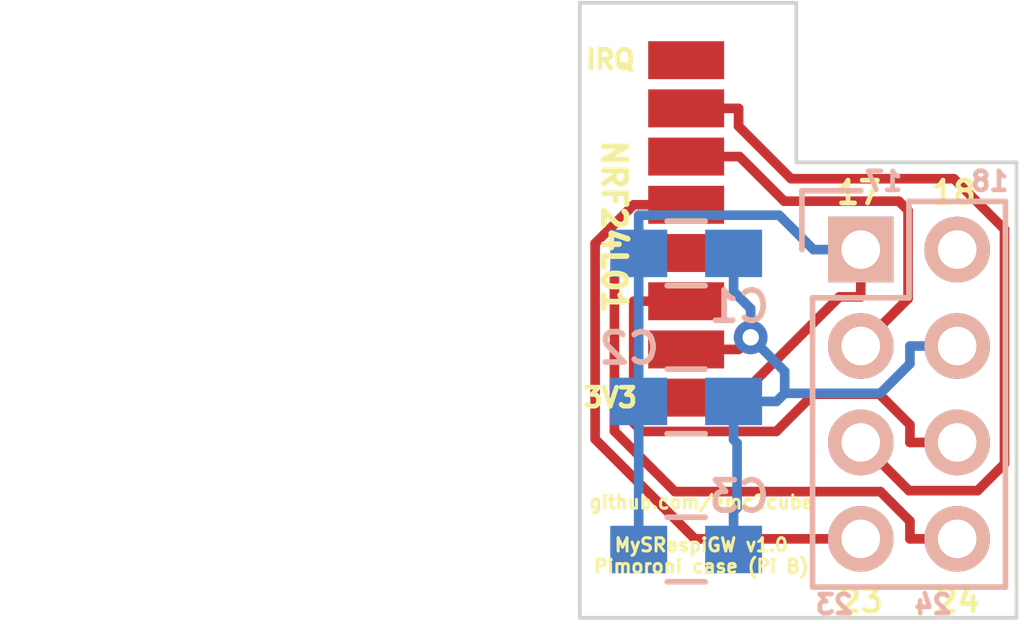
<source format=kicad_pcb>

(kicad_pcb
  (version 4)
  (host pcbnew 4.0.2-stable)
  (general
    (links 13)
    (no_connects 0)
    (area 53.649999 29.749999 65.250001 46.050001)
    (thickness 1.6002)
    (drawings 18)
    (tracks 66)
    (zones 0)
    (modules 5)
    (nets 10))
  (page A4)
  (layers
    (0 Top signal)
    (31 Bottom signal)
    (32 B.Adhes user)
    (33 F.Adhes user)
    (34 B.Paste user)
    (35 F.Paste user)
    (36 B.SilkS user)
    (37 F.SilkS user)
    (38 B.Mask user)
    (39 F.Mask user)
    (40 Dwgs.User user)
    (41 Cmts.User user)
    (42 Eco1.User user)
    (43 Eco2.User user)
    (44 Edge.Cuts user)
    (45 Margin user)
    (46 B.CrtYd user)
    (47 F.CrtYd user)
    (48 B.Fab user)
    (49 F.Fab user))
  (setup
    (last_trace_width 0.254)
    (trace_clearance 0.254)
    (zone_clearance 0.508)
    (zone_45_only no)
    (trace_min 0.1524)
    (segment_width 0.2)
    (edge_width 0.1)
    (via_size 0.889)
    (via_drill 0.4318)
    (via_min_size 0.6858)
    (via_min_drill 0.3302)
    (uvia_size 0.762)
    (uvia_drill 0.508)
    (uvias_allowed no)
    (uvia_min_size 0)
    (uvia_min_drill 0)
    (pcb_text_width 0.3)
    (pcb_text_size 1.5 1.5)
    (mod_edge_width 0.15)
    (mod_text_size 1 1)
    (mod_text_width 0.15)
    (pad_size 1 2)
    (pad_drill 0)
    (pad_to_mask_clearance 0)
    (aux_axis_origin 0 0)
    (visible_elements FFFFFFFF)
    (pcbplotparams
      (layerselection 0x010f0_80000001)
      (usegerberextensions true)
      (excludeedgelayer true)
      (linewidth 0.1)
      (plotframeref false)
      (viasonmask false)
      (mode 1)
      (useauxorigin false)
      (hpglpennumber 1)
      (hpglpenspeed 20)
      (hpglpendiameter 15)
      (hpglpenoverlay 2)
      (psnegative false)
      (psa4output false)
      (plotreference true)
      (plotvalue true)
      (plotinvisibletext false)
      (padsonsilk false)
      (subtractmaskfromsilk false)
      (outputformat 1)
      (mirror false)
      (drillshape 0)
      (scaleselection 1)
      (outputdirectory "")))
  (net 0 "")
  (net 1 +3V3)
  (net 2 GND)
  (net 3 MOSI)
  (net 4 MISO)
  (net 5 CE)
  (net 6 SCK)
  (net 7 CSN)
  (net 8 "Net-(U1-Pad8)")
  (net 9 "Net-(P1-Pad2)")
  (net_class Default "Ceci est la Netclass par défaut"
    (clearance 0.254)
    (trace_width 0.254)
    (via_dia 0.889)
    (via_drill 0.4318)
    (uvia_dia 0.762)
    (uvia_drill 0.508)
    (add_net +3V3)
    (add_net CE)
    (add_net CSN)
    (add_net GND)
    (add_net MISO)
    (add_net MOSI)
    (add_net "Net-(P1-Pad2)")
    (add_net "Net-(U1-Pad8)")
    (add_net SCK))
  (net_class VCC ""
    (clearance 0.3048)
    (trace_width 0.508)
    (via_dia 1.143)
    (via_drill 0.635)
    (uvia_dia 0.762)
    (uvia_drill 0.508))
  (module Capacitors_SMD:C_0805_HandSoldering
    (layer Bottom)
    (tedit 574CC7A5)
    (tstamp 573AD2DE)
    (at 56.5 36.4)
    (descr "Capacitor SMD 0805, hand soldering")
    (tags "capacitor 0805")
    (path /573AD2DF)
    (attr smd)
    (fp_text reference C1
      (at 1.4 1.4)
      (layer B.SilkS)
      (effects
        (font
          (size 0.8 0.8)
          (thickness 0.15))
        (justify mirror)))
    (fp_text value 0.1µF
      (at 0 -2.1)
      (layer B.Fab)
      (effects
        (font
          (size 1 1)
          (thickness 0.15))
        (justify mirror)))
    (fp_line
      (start -2.3 1)
      (end 2.3 1)
      (layer B.CrtYd)
      (width 0.05))
    (fp_line
      (start -2.3 -1)
      (end 2.3 -1)
      (layer B.CrtYd)
      (width 0.05))
    (fp_line
      (start -2.3 1)
      (end -2.3 -1)
      (layer B.CrtYd)
      (width 0.05))
    (fp_line
      (start 2.3 1)
      (end 2.3 -1)
      (layer B.CrtYd)
      (width 0.05))
    (fp_line
      (start 0.5 0.85)
      (end -0.5 0.85)
      (layer B.SilkS)
      (width 0.15))
    (fp_line
      (start -0.5 -0.85)
      (end 0.5 -0.85)
      (layer B.SilkS)
      (width 0.15))
    (pad 1 smd rect
      (at -1.25 0)
      (size 1.5 1.25)
      (layers Bottom B.Paste B.Mask)
      (net 1 +3V3))
    (pad 2 smd rect
      (at 1.25 0)
      (size 1.5 1.25)
      (layers Bottom B.Paste B.Mask)
      (net 2 GND))
    (model Capacitors_SMD.3dshapes/C_0805_HandSoldering.wrl
      (at
        (xyz 0 0 0))
      (scale
        (xyz 1 1 1))
      (rotate
        (xyz 0 0 0))))
  (module Capacitors_SMD:C_0805_HandSoldering
    (layer Bottom)
    (tedit 574CC793)
    (tstamp 573AD2E4)
    (at 56.5 40.3)
    (descr "Capacitor SMD 0805, hand soldering")
    (tags "capacitor 0805")
    (path /5701C54D)
    (attr smd)
    (fp_text reference C2
      (at -1.5 -1.4)
      (layer B.SilkS)
      (effects
        (font
          (size 0.8 0.8)
          (thickness 0.15))
        (justify mirror)))
    (fp_text value 4.7µF
      (at 0 -2.1)
      (layer B.Fab)
      (effects
        (font
          (size 1 1)
          (thickness 0.15))
        (justify mirror)))
    (fp_line
      (start -2.3 1)
      (end 2.3 1)
      (layer B.CrtYd)
      (width 0.05))
    (fp_line
      (start -2.3 -1)
      (end 2.3 -1)
      (layer B.CrtYd)
      (width 0.05))
    (fp_line
      (start -2.3 1)
      (end -2.3 -1)
      (layer B.CrtYd)
      (width 0.05))
    (fp_line
      (start 2.3 1)
      (end 2.3 -1)
      (layer B.CrtYd)
      (width 0.05))
    (fp_line
      (start 0.5 0.85)
      (end -0.5 0.85)
      (layer B.SilkS)
      (width 0.15))
    (fp_line
      (start -0.5 -0.85)
      (end 0.5 -0.85)
      (layer B.SilkS)
      (width 0.15))
    (pad 1 smd rect
      (at -1.25 0)
      (size 1.5 1.25)
      (layers Bottom B.Paste B.Mask)
      (net 1 +3V3))
    (pad 2 smd rect
      (at 1.25 0)
      (size 1.5 1.25)
      (layers Bottom B.Paste B.Mask)
      (net 2 GND))
    (model Capacitors_SMD.3dshapes/C_0805_HandSoldering.wrl
      (at
        (xyz 0 0 0))
      (scale
        (xyz 1 1 1))
      (rotate
        (xyz 0 0 0))))
  (module Capacitors_SMD:C_0805_HandSoldering
    (layer Bottom)
    (tedit 574CC79A)
    (tstamp 573AD2EA)
    (at 56.5 44.2)
    (descr "Capacitor SMD 0805, hand soldering")
    (tags "capacitor 0805")
    (path /573AD311)
    (attr smd)
    (fp_text reference C3
      (at 1.4 -1.4)
      (layer B.SilkS)
      (effects
        (font
          (size 0.8 0.8)
          (thickness 0.15))
        (justify mirror)))
    (fp_text value 47µF
      (at 0 -2.1)
      (layer B.Fab)
      (effects
        (font
          (size 1 1)
          (thickness 0.15))
        (justify mirror)))
    (fp_line
      (start -2.3 1)
      (end 2.3 1)
      (layer B.CrtYd)
      (width 0.05))
    (fp_line
      (start -2.3 -1)
      (end 2.3 -1)
      (layer B.CrtYd)
      (width 0.05))
    (fp_line
      (start -2.3 1)
      (end -2.3 -1)
      (layer B.CrtYd)
      (width 0.05))
    (fp_line
      (start 2.3 1)
      (end 2.3 -1)
      (layer B.CrtYd)
      (width 0.05))
    (fp_line
      (start 0.5 0.85)
      (end -0.5 0.85)
      (layer B.SilkS)
      (width 0.15))
    (fp_line
      (start -0.5 -0.85)
      (end 0.5 -0.85)
      (layer B.SilkS)
      (width 0.15))
    (pad 1 smd rect
      (at -1.25 0)
      (size 1.5 1.25)
      (layers Bottom B.Paste B.Mask)
      (net 1 +3V3))
    (pad 2 smd rect
      (at 1.25 0)
      (size 1.5 1.25)
      (layers Bottom B.Paste B.Mask)
      (net 2 GND))
    (model Capacitors_SMD.3dshapes/C_0805_HandSoldering.wrl
      (at
        (xyz 0 0 0))
      (scale
        (xyz 1 1 1))
      (rotate
        (xyz 0 0 0))))
  (module mysensors_radios:NRF24L01-SMD
    (layer Top)
    (tedit 574A839D)
    (tstamp 573AD302)
    (at 47.8 35.8 90)
    (path /56F8DB79)
    (fp_text reference U1
      (at 0 1.1 90)
      (layer F.SilkS) hide
      (effects
        (font
          (size 1 1)
          (thickness 0.15))))
    (fp_text value NRF24L01
      (at 0 -4.8 90)
      (layer F.Fab)
      (effects
        (font
          (size 1 1)
          (thickness 0.15))))
    (fp_line
      (start -6 -2.8)
      (end 6 -2.8)
      (layer F.CrtYd)
      (width 0.15))
    (fp_line
      (start -6 8.7)
      (end -6 -9.3)
      (layer F.CrtYd)
      (width 0.15))
    (fp_line
      (start 6 8.7)
      (end -6 8.7)
      (layer F.CrtYd)
      (width 0.15))
    (fp_line
      (start 6 -9.3)
      (end 6 8.7)
      (layer F.CrtYd)
      (width 0.15))
    (fp_line
      (start -6 -9.3)
      (end 6 -9.3)
      (layer F.CrtYd)
      (width 0.15))
    (pad 2 smd rect
      (at -4.4 8.7 90)
      (size 1 2)
      (layers Top F.Paste F.Mask)
      (net 1 +3V3))
    (pad 1 smd rect
      (at -3.13 8.7 90)
      (size 1 2)
      (layers Top F.Paste F.Mask)
      (net 2 GND))
    (pad 3 smd rect
      (at -1.86 8.7 90)
      (size 1 2)
      (layers Top F.Paste F.Mask)
      (net 5 CE))
    (pad 4 smd rect
      (at -0.59 8.7 90)
      (size 1 2)
      (layers Top F.Paste F.Mask)
      (net 7 CSN))
    (pad 5 smd rect
      (at 0.68 8.7 90)
      (size 1 2)
      (layers Top F.Paste F.Mask)
      (net 6 SCK))
    (pad 6 smd rect
      (at 1.95 8.7 90)
      (size 1 2)
      (layers Top F.Paste F.Mask)
      (net 3 MOSI))
    (pad 7 smd rect
      (at 3.22 8.7 90)
      (size 1 2)
      (layers Top F.Paste F.Mask)
      (net 4 MISO))
    (pad 8 smd rect
      (at 4.49 8.7 90)
      (size 1 2)
      (layers Top F.Paste F.Mask)
      (net 8 "Net-(U1-Pad8)"))
    (model ${MYSLOCAL}/mysensors.3dshapes/mysensors_radios.3dshapes/nrf24smd.wrl
      (at
        (xyz -5.7625 2.9 0.03))
      (scale
        (xyz 0.395 0.395 0.395))
      (rotate
        (xyz 0 0 0)))
    (model Housings_DFN_QFN.3dshapes/QFN-20-1EP_5x5mm_Pitch0.65mm.wrl
      (at
        (xyz 0.0165 -0.109 0.062))
      (scale
        (xyz 1 1 1))
      (rotate
        (xyz 0 0 0))))
  (module Socket_Strips:Socket_Strip_Straight_2x04
    (layer Bottom)
    (tedit 574CC74C)
    (tstamp 574CBF27)
    (at 61.1 36.3 270)
    (descr "Through hole socket strip")
    (tags "socket strip")
    (path /573ACFFE)
    (fp_text reference P1
      (at 0.1 0 360)
      (layer B.SilkS) hide
      (effects
        (font
          (size 1 1)
          (thickness 0.15))
        (justify mirror)))
    (fp_text value CONN_02X04
      (at 0 3.1 270)
      (layer B.Fab)
      (effects
        (font
          (size 1 1)
          (thickness 0.15))
        (justify mirror)))
    (fp_line
      (start -1.75 1.75)
      (end -1.75 -4.3)
      (layer B.CrtYd)
      (width 0.05))
    (fp_line
      (start 9.4 1.75)
      (end 9.4 -4.3)
      (layer B.CrtYd)
      (width 0.05))
    (fp_line
      (start -1.75 1.75)
      (end 9.4 1.75)
      (layer B.CrtYd)
      (width 0.05))
    (fp_line
      (start -1.75 -4.3)
      (end 9.4 -4.3)
      (layer B.CrtYd)
      (width 0.05))
    (fp_line
      (start 1.27 1.27)
      (end 8.89 1.27)
      (layer B.SilkS)
      (width 0.15))
    (fp_line
      (start 8.89 1.27)
      (end 8.89 -3.81)
      (layer B.SilkS)
      (width 0.15))
    (fp_line
      (start 8.89 -3.81)
      (end -1.27 -3.81)
      (layer B.SilkS)
      (width 0.15))
    (fp_line
      (start -1.27 -3.81)
      (end -1.27 -1.27)
      (layer B.SilkS)
      (width 0.15))
    (fp_line
      (start 0 1.55)
      (end -1.55 1.55)
      (layer B.SilkS)
      (width 0.15))
    (fp_line
      (start -1.27 -1.27)
      (end 1.27 -1.27)
      (layer B.SilkS)
      (width 0.15))
    (fp_line
      (start 1.27 -1.27)
      (end 1.27 1.27)
      (layer B.SilkS)
      (width 0.15))
    (fp_line
      (start -1.55 1.55)
      (end -1.55 0)
      (layer B.SilkS)
      (width 0.15))
    (pad 1 thru_hole rect
      (at 0 0 270)
      (size 1.7272 1.7272)
      (drill 1.016)
      (layers *.Cu *.Mask B.SilkS)
      (net 1 +3V3))
    (pad 2 thru_hole oval
      (at 0 -2.54 270)
      (size 1.7272 1.7272)
      (drill 1.016)
      (layers *.Cu *.Mask B.SilkS)
      (net 9 "Net-(P1-Pad2)"))
    (pad 3 thru_hole oval
      (at 2.54 0 270)
      (size 1.7272 1.7272)
      (drill 1.016)
      (layers *.Cu *.Mask B.SilkS)
      (net 3 MOSI))
    (pad 4 thru_hole oval
      (at 2.54 -2.54 270)
      (size 1.7272 1.7272)
      (drill 1.016)
      (layers *.Cu *.Mask B.SilkS)
      (net 2 GND))
    (pad 5 thru_hole oval
      (at 5.08 0 270)
      (size 1.7272 1.7272)
      (drill 1.016)
      (layers *.Cu *.Mask B.SilkS)
      (net 4 MISO))
    (pad 6 thru_hole oval
      (at 5.08 -2.54 270)
      (size 1.7272 1.7272)
      (drill 1.016)
      (layers *.Cu *.Mask B.SilkS)
      (net 5 CE))
    (pad 7 thru_hole oval
      (at 7.62 0 270)
      (size 1.7272 1.7272)
      (drill 1.016)
      (layers *.Cu *.Mask B.SilkS)
      (net 6 SCK))
    (pad 8 thru_hole oval
      (at 7.62 -2.54 270)
      (size 1.7272 1.7272)
      (drill 1.016)
      (layers *.Cu *.Mask B.SilkS)
      (net 7 CSN))
    (model Socket_Strips.3dshapes/Socket_Strip_Straight_2x04.wrl
      (at
        (xyz 0.15 -0.05 0))
      (scale
        (xyz 1 1 1))
      (rotate
        (xyz 0 0 180))))
  (gr_line
    (start 53.7 46)
    (end 65.2 46)
    (angle 90)
    (layer Edge.Cuts)
    (width 0.1))
  (gr_line
    (start 59.4 34)
    (end 65.2 34)
    (angle 90)
    (layer Edge.Cuts)
    (width 0.1))
  (gr_line
    (start 65.2 34)
    (end 65.2 46)
    (angle 90)
    (layer Edge.Cuts)
    (width 0.1))
  (gr_line
    (start 59.4 29.8)
    (end 59.4 34)
    (angle 90)
    (layer Edge.Cuts)
    (width 0.1))
  (gr_line
    (start 53.7 29.8)
    (end 59.4 29.8)
    (angle 90)
    (layer Edge.Cuts)
    (width 0.1))
  (gr_line
    (start 53.7 46)
    (end 53.7 29.8)
    (angle 90)
    (layer Edge.Cuts)
    (width 0.1))
  (gr_text 3V3
    (at 54.5 40.2)
    (layer F.SilkS)
    (effects
      (font
        (size 0.5 0.5)
        (thickness 0.125))))
  (gr_text IRQ
    (at 54.5 31.3)
    (layer F.SilkS)
    (effects
      (font
        (size 0.5 0.5)
        (thickness 0.125))))
  (gr_text "github.com/emc2cube\n\nMySRaspiGW v1.0\nPimoroni case (Pi B)"
    (at 56.9 43.8)
    (layer F.SilkS)
    (effects
      (font
        (size 0.35 0.35)
        (thickness 0.08))))
  (gr_text NRF24L01
    (at 54.6 35.7 270)
    (layer F.SilkS)
    (effects
      (font
        (size 0.6 0.6)
        (thickness 0.15))))
  (gr_text 23
    (at 60.4 45.65)
    (layer B.SilkS)
    (effects
      (font
        (size 0.5 0.5)
        (thickness 0.125))
      (justify mirror)))
  (gr_text 24
    (at 63 45.65)
    (layer B.SilkS)
    (effects
      (font
        (size 0.5 0.5)
        (thickness 0.125))
      (justify mirror)))
  (gr_text 18
    (at 63.55 34.8)
    (layer F.SilkS)
    (effects
      (font
        (size 0.6 0.6)
        (thickness 0.125))))
  (gr_text 17
    (at 61.05 34.8)
    (layer F.SilkS)
    (effects
      (font
        (size 0.6 0.6)
        (thickness 0.125))))
  (gr_text 23
    (at 61.1 45.55)
    (layer F.SilkS)
    (effects
      (font
        (size 0.6 0.6)
        (thickness 0.125))))
  (gr_text 24
    (at 63.65 45.55)
    (layer F.SilkS)
    (effects
      (font
        (size 0.6 0.6)
        (thickness 0.125))))
  (gr_text 18
    (at 64.5 34.5)
    (layer B.SilkS)
    (effects
      (font
        (size 0.5 0.5)
        (thickness 0.125))
      (justify mirror)))
  (gr_text 17
    (at 61.7 34.5)
    (layer B.SilkS)
    (effects
      (font
        (size 0.5 0.5)
        (thickness 0.125))
      (justify mirror)))
  (segment
    (start 55.25 36.4)
    (end 55.25 40.3)
    (width 0.254)
    (layer Bottom)
    (net 1))
  (segment
    (start 55.25 40.3)
    (end 55.25 44.2)
    (width 0.254)
    (layer Bottom)
    (net 1))
  (segment
    (start 58.9488 35.3937)
    (end 55.25 35.3937)
    (width 0.254)
    (layer Bottom)
    (net 1))
  (segment
    (start 59.8551 36.3)
    (end 58.9488 35.3937)
    (width 0.254)
    (layer Bottom)
    (net 1))
  (segment
    (start 61.1 36.3)
    (end 59.8551 36.3)
    (width 0.254)
    (layer Bottom)
    (net 1))
  (segment
    (start 55.25 36.4)
    (end 55.25 35.3937)
    (width 0.254)
    (layer Bottom)
    (net 1))
  (segment
    (start 60.5364 37.5449)
    (end 57.8813 40.2)
    (width 0.254)
    (layer Top)
    (net 1))
  (segment
    (start 61.1 37.5449)
    (end 60.5364 37.5449)
    (width 0.254)
    (layer Top)
    (net 1))
  (segment
    (start 61.1 36.3)
    (end 61.1 37.5449)
    (width 0.254)
    (layer Top)
    (net 1))
  (segment
    (start 56.5 40.2)
    (end 57.8813 40.2)
    (width 0.254)
    (layer Top)
    (net 1))
  (segment
    (start 57.8416 41.3979)
    (end 57.75 41.3063)
    (width 0.254)
    (layer Bottom)
    (net 2))
  (segment
    (start 57.8416 43.1021)
    (end 57.8416 41.3979)
    (width 0.254)
    (layer Bottom)
    (net 2))
  (segment
    (start 57.75 43.1937)
    (end 57.8416 43.1021)
    (width 0.254)
    (layer Bottom)
    (net 2))
  (segment
    (start 57.75 44.2)
    (end 57.75 43.1937)
    (width 0.254)
    (layer Bottom)
    (net 2))
  (segment
    (start 57.75 40.3)
    (end 57.75 41.3063)
    (width 0.254)
    (layer Bottom)
    (net 2))
  (segment
    (start 63.64 38.84)
    (end 62.3951 38.84)
    (width 0.254)
    (layer Bottom)
    (net 2))
  (segment
    (start 57.75 40.3)
    (end 58.8813 40.3)
    (width 0.254)
    (layer Bottom)
    (net 2))
  (segment
    (start 61.6171 40.0849)
    (end 59.0964 40.0849)
    (width 0.254)
    (layer Bottom)
    (net 2))
  (segment
    (start 62.3951 39.3069)
    (end 61.6171 40.0849)
    (width 0.254)
    (layer Bottom)
    (net 2))
  (segment
    (start 62.3951 38.84)
    (end 62.3951 39.3069)
    (width 0.254)
    (layer Bottom)
    (net 2))
  (segment
    (start 59.0964 40.0849)
    (end 58.8813 40.3)
    (width 0.254)
    (layer Bottom)
    (net 2))
  (segment
    (start 57.75 36.4)
    (end 57.75 37.4063)
    (width 0.254)
    (layer Bottom)
    (net 2))
  (segment
    (start 56.5 38.93)
    (end 57.8813 38.93)
    (width 0.254)
    (layer Top)
    (net 2))
  (segment
    (start 58.2002 38.6111)
    (end 57.8813 38.93)
    (width 0.254)
    (layer Top)
    (net 2))
  (segment
    (start 59.0964 39.5073)
    (end 58.2002 38.6111)
    (width 0.254)
    (layer Bottom)
    (net 2))
  (segment
    (start 59.0964 40.0849)
    (end 59.0964 39.5073)
    (width 0.254)
    (layer Bottom)
    (net 2))
  (segment
    (start 58.2002 37.8565)
    (end 57.75 37.4063)
    (width 0.254)
    (layer Bottom)
    (net 2))
  (segment
    (start 58.2002 38.6111)
    (end 58.2002 37.8565)
    (width 0.254)
    (layer Bottom)
    (net 2))
  (segment
    (start 57.9069 33.85)
    (end 56.5 33.85)
    (width 0.254)
    (layer Top)
    (net 3))
  (segment
    (start 59.0815 35.0246)
    (end 57.9069 33.85)
    (width 0.254)
    (layer Top)
    (net 3))
  (segment
    (start 62.1024 35.0246)
    (end 59.0815 35.0246)
    (width 0.254)
    (layer Top)
    (net 3))
  (segment
    (start 62.345 35.2672)
    (end 62.1024 35.0246)
    (width 0.254)
    (layer Top)
    (net 3))
  (segment
    (start 62.345 37.595)
    (end 62.345 35.2672)
    (width 0.254)
    (layer Top)
    (net 3))
  (segment
    (start 61.1 38.84)
    (end 62.345 37.595)
    (width 0.254)
    (layer Top)
    (net 3))
  (segment
    (start 57.8813 33.051)
    (end 57.8813 32.58)
    (width 0.254)
    (layer Top)
    (net 4))
  (segment
    (start 59.2631 34.4328)
    (end 57.8813 33.051)
    (width 0.254)
    (layer Top)
    (net 4))
  (segment
    (start 63.5537 34.4328)
    (end 59.2631 34.4328)
    (width 0.254)
    (layer Top)
    (net 4))
  (segment
    (start 64.8864 35.7655)
    (end 63.5537 34.4328)
    (width 0.254)
    (layer Top)
    (net 4))
  (segment
    (start 64.8864 41.9413)
    (end 64.8864 35.7655)
    (width 0.254)
    (layer Top)
    (net 4))
  (segment
    (start 64.1777 42.65)
    (end 64.8864 41.9413)
    (width 0.254)
    (layer Top)
    (net 4))
  (segment
    (start 62.37 42.65)
    (end 64.1777 42.65)
    (width 0.254)
    (layer Top)
    (net 4))
  (segment
    (start 61.1 41.38)
    (end 62.37 42.65)
    (width 0.254)
    (layer Top)
    (net 4))
  (segment
    (start 56.5 32.58)
    (end 57.8813 32.58)
    (width 0.254)
    (layer Top)
    (net 4))
  (segment
    (start 55.1187 40.8722)
    (end 55.1187 37.66)
    (width 0.254)
    (layer Top)
    (net 5))
  (segment
    (start 55.3367 41.0902)
    (end 55.1187 40.8722)
    (width 0.254)
    (layer Top)
    (net 5))
  (segment
    (start 58.8748 41.0902)
    (end 55.3367 41.0902)
    (width 0.254)
    (layer Top)
    (net 5))
  (segment
    (start 59.855 40.11)
    (end 58.8748 41.0902)
    (width 0.254)
    (layer Top)
    (net 5))
  (segment
    (start 61.5919 40.11)
    (end 59.855 40.11)
    (width 0.254)
    (layer Top)
    (net 5))
  (segment
    (start 62.3951 40.9132)
    (end 61.5919 40.11)
    (width 0.254)
    (layer Top)
    (net 5))
  (segment
    (start 62.3951 41.38)
    (end 62.3951 40.9132)
    (width 0.254)
    (layer Top)
    (net 5))
  (segment
    (start 63.64 41.38)
    (end 62.3951 41.38)
    (width 0.254)
    (layer Top)
    (net 5))
  (segment
    (start 56.5 37.66)
    (end 55.1187 37.66)
    (width 0.254)
    (layer Top)
    (net 5))
  (segment
    (start 56.5 35.12)
    (end 55.1187 35.12)
    (width 0.254)
    (layer Top)
    (net 6))
  (segment
    (start 56.7289 43.92)
    (end 61.1 43.92)
    (width 0.254)
    (layer Top)
    (net 6))
  (segment
    (start 54.1021 41.2932)
    (end 56.7289 43.92)
    (width 0.254)
    (layer Top)
    (net 6))
  (segment
    (start 54.1021 36.1366)
    (end 54.1021 41.2932)
    (width 0.254)
    (layer Top)
    (net 6))
  (segment
    (start 55.1187 35.12)
    (end 54.1021 36.1366)
    (width 0.254)
    (layer Top)
    (net 6))
  (segment
    (start 63.64 43.92)
    (end 62.3951 43.92)
    (width 0.254)
    (layer Top)
    (net 7))
  (segment
    (start 56.5 36.39)
    (end 55.1187 36.39)
    (width 0.254)
    (layer Top)
    (net 7))
  (segment
    (start 62.3951 43.4531)
    (end 62.3951 43.92)
    (width 0.254)
    (layer Top)
    (net 7))
  (segment
    (start 61.6171 42.6751)
    (end 62.3951 43.4531)
    (width 0.254)
    (layer Top)
    (net 7))
  (segment
    (start 56.2028 42.6751)
    (end 61.6171 42.6751)
    (width 0.254)
    (layer Top)
    (net 7))
  (segment
    (start 54.6104 41.0827)
    (end 56.2028 42.6751)
    (width 0.254)
    (layer Top)
    (net 7))
  (segment
    (start 54.6104 36.8983)
    (end 54.6104 41.0827)
    (width 0.254)
    (layer Top)
    (net 7))
  (segment
    (start 55.1187 36.39)
    (end 54.6104 36.8983)
    (width 0.254)
    (layer Top)
    (net 7))
  (via
    (at 58.2002 38.6111)
    (size 0.889)
    (layers Top Bottom)
    (net 2)))
</source>
